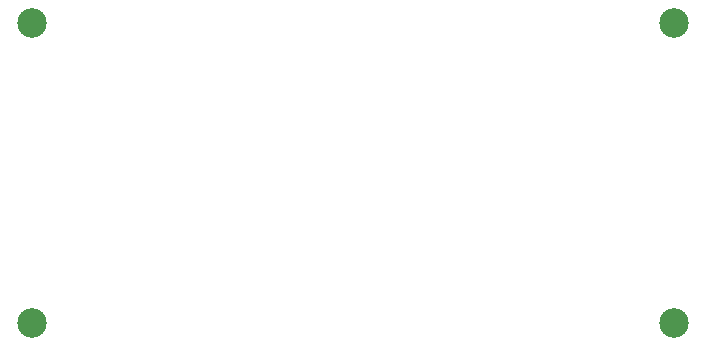
<source format=gbr>
%TF.GenerationSoftware,KiCad,Pcbnew,(5.99.0-11177-g6c67dfa032)*%
%TF.CreationDate,2021-07-15T10:53:25+10:00*%
%TF.ProjectId,4x8x8 LED Matrix Clock,34783878-3820-44c4-9544-204d61747269,rev?*%
%TF.SameCoordinates,Original*%
%TF.FileFunction,NonPlated,1,2,NPTH,Drill*%
%TF.FilePolarity,Positive*%
%FSLAX46Y46*%
G04 Gerber Fmt 4.6, Leading zero omitted, Abs format (unit mm)*
G04 Created by KiCad (PCBNEW (5.99.0-11177-g6c67dfa032)) date 2021-07-15 10:53:25*
%MOMM*%
%LPD*%
G01*
G04 APERTURE LIST*
%TA.AperFunction,ComponentDrill*%
%ADD10C,2.500000*%
%TD*%
G04 APERTURE END LIST*
D10*
%TO.C,H1*%
X106172000Y-60960000D03*
%TO.C,H4*%
X106172000Y-86360000D03*
%TO.C,H3*%
X160528000Y-60960000D03*
%TO.C,H2*%
X160528000Y-86360000D03*
M02*

</source>
